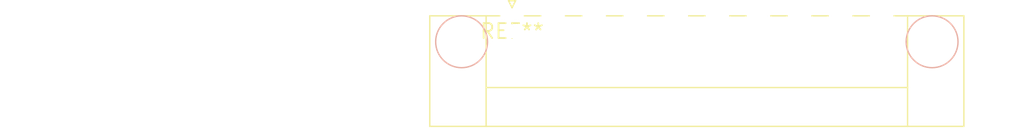
<source format=kicad_pcb>
(kicad_pcb (version 20240108) (generator pcbnew)
  (layers (0 "F.Cu" signal) (31 "B.Cu" signal) (34 "B.Paste" user) (35 "F.Paste" user) (36 "B.SilkS" user "B.Silkscreen") (37 "F.SilkS" user "F.Silkscreen") (38 "B.Mask" user) (39 "F.Mask" user) (44 "Edge.Cuts" user))
  (net 0 "")
  (footprint "PhoenixContact_MC_1,5_10-GF-3.5_1x10_P3.50mm_Horizontal_ThreadedFlange_MountHole" (layer "F.Cu") (at 0 0)
    (property "Reference" "REF**")
    (property "Value" "PhoenixContact_MC_1,5_10-GF-3.5_1x10_P3.50mm_Horizontal_ThreadedFlange_MountHole")
    (fp_circle (center -4.3 0.9) (end -2.09 0.9) (layer "B.SilkS") (stroke (width 0.12)) (fill none))
    (fp_circle (center 35.8 0.9) (end 38.01 0.9) (layer "B.SilkS") (stroke (width 0.12)) (fill none))
    (fp_line (start -7.01 -1.31) (end -7.01 8.11) (layer "F.SilkS") (stroke (width 0.12)))
    (fp_line (start -7.01 -1.31) (end -1.05 -1.31) (layer "F.SilkS") (stroke (width 0.12)))
    (fp_line (start -7.01 8.11) (end 38.51 8.11) (layer "F.SilkS") (stroke (width 0.12)))
    (fp_line (start -2.21 -1.31) (end -2.21 8.11) (layer "F.SilkS") (stroke (width 0.12)))
    (fp_line (start -2.21 4.8) (end 33.71 4.8) (layer "F.SilkS") (stroke (width 0.12)))
    (fp_line (start -0.3 -2.6) (end 0.3 -2.6) (layer "F.SilkS") (stroke (width 0.12)))
    (fp_line (start 0 -2) (end -0.3 -2.6) (layer "F.SilkS") (stroke (width 0.12)))
    (fp_line (start 0.3 -2.6) (end 0 -2) (layer "F.SilkS") (stroke (width 0.12)))
    (fp_line (start 1.05 -1.31) (end 2.45 -1.31) (layer "F.SilkS") (stroke (width 0.12)))
    (fp_line (start 4.55 -1.31) (end 5.95 -1.31) (layer "F.SilkS") (stroke (width 0.12)))
    (fp_line (start 8.05 -1.31) (end 9.45 -1.31) (layer "F.SilkS") (stroke (width 0.12)))
    (fp_line (start 11.55 -1.31) (end 12.95 -1.31) (layer "F.SilkS") (stroke (width 0.12)))
    (fp_line (start 15.05 -1.31) (end 16.45 -1.31) (layer "F.SilkS") (stroke (width 0.12)))
    (fp_line (start 18.55 -1.31) (end 19.95 -1.31) (layer "F.SilkS") (stroke (width 0.12)))
    (fp_line (start 22.05 -1.31) (end 23.45 -1.31) (layer "F.SilkS") (stroke (width 0.12)))
    (fp_line (start 25.55 -1.31) (end 26.95 -1.31) (layer "F.SilkS") (stroke (width 0.12)))
    (fp_line (start 29.05 -1.31) (end 30.45 -1.31) (layer "F.SilkS") (stroke (width 0.12)))
    (fp_line (start 33.71 -1.31) (end 33.71 8.11) (layer "F.SilkS") (stroke (width 0.12)))
    (fp_line (start 38.51 -1.31) (end 32.55 -1.31) (layer "F.SilkS") (stroke (width 0.12)))
    (fp_line (start 38.51 8.11) (end 38.51 -1.31) (layer "F.SilkS") (stroke (width 0.12)))
    (pad "" np_thru_hole circle (at -4.3 0.9) (size 2.4 2.4) (drill 2.4) (layers *.Cu *.Mask))
    (pad "" np_thru_hole circle (at 35.8 0.9) (size 2.4 2.4) (drill 2.4) (layers *.Cu *.Mask))
    (pad "1" thru_hole roundrect (at 0 0) (size 1.8 3.6) (drill 1.2) (layers *.Cu *.Mask) (remove_unused_layers) (roundrect_rratio 0.138889))
    (pad "2" thru_hole oval (at 3.5 0) (size 1.8 3.6) (drill 1.2) (layers *.Cu *.Mask) (remove_unused_layers))
    (pad "3" thru_hole oval (at 7 0) (size 1.8 3.6) (drill 1.2) (layers *.Cu *.Mask) (remove_unused_layers))
    (pad "4" thru_hole oval (at 10.5 0) (size 1.8 3.6) (drill 1.2) (layers *.Cu *.Mask) (remove_unused_layers))
    (pad "5" thru_hole oval (at 14 0) (size 1.8 3.6) (drill 1.2) (layers *.Cu *.Mask) (remove_unused_layers))
    (pad "6" thru_hole oval (at 17.5 0) (size 1.8 3.6) (drill 1.2) (layers *.Cu *.Mask) (remove_unused_layers))
    (pad "7" thru_hole oval (at 21 0) (size 1.8 3.6) (drill 1.2) (layers *.Cu *.Mask) (remove_unused_layers))
    (pad "8" thru_hole oval (at 24.5 0) (size 1.8 3.6) (drill 1.2) (layers *.Cu *.Mask) (remove_unused_layers))
    (pad "9" thru_hole oval (at 28 0) (size 1.8 3.6) (drill 1.2) (layers *.Cu *.Mask) (remove_unused_layers))
    (pad "10" thru_hole oval (at 31.5 0) (size 1.8 3.6) (drill 1.2) (layers *.Cu *.Mask) (remove_unused_layers))
  )
)
</source>
